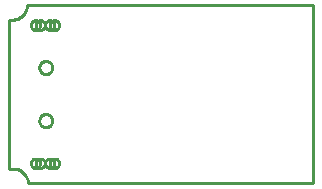
<source format=gbr>
G04 EAGLE Gerber RS-274X export*
G75*
%MOMM*%
%FSLAX34Y34*%
%LPD*%
%IN*%
%IPPOS*%
%AMOC8*
5,1,8,0,0,1.08239X$1,22.5*%
G01*
%ADD10C,0.254000*%


D10*
X154000Y36000D02*
X157000Y36000D01*
X158100Y35987D01*
X159194Y35878D01*
X160275Y35674D01*
X161334Y35377D01*
X162362Y34989D01*
X163354Y34512D01*
X164299Y33951D01*
X165193Y33309D01*
X166027Y32592D01*
X166795Y31806D01*
X167492Y30955D01*
X168112Y30046D01*
X168650Y29088D01*
X169103Y28085D01*
X169467Y27048D01*
X169739Y25982D01*
X169917Y24897D01*
X170000Y23800D01*
X411000Y23800D01*
X411000Y174200D01*
X169000Y174200D01*
X168917Y173103D01*
X168739Y172018D01*
X168467Y170953D01*
X168103Y169915D01*
X167650Y168913D01*
X167112Y167954D01*
X166492Y167045D01*
X165795Y166194D01*
X165027Y165408D01*
X164193Y164691D01*
X163299Y164049D01*
X162354Y163488D01*
X161362Y163011D01*
X160334Y162623D01*
X159275Y162326D01*
X158194Y162122D01*
X157100Y162013D01*
X156000Y162000D01*
X154000Y162000D01*
X154000Y36000D01*
X190500Y121191D02*
X190431Y120577D01*
X190293Y119975D01*
X190089Y119392D01*
X189821Y118835D01*
X189493Y118312D01*
X189108Y117829D01*
X188671Y117393D01*
X188188Y117007D01*
X187665Y116679D01*
X187108Y116411D01*
X186525Y116207D01*
X185923Y116069D01*
X185309Y116000D01*
X184691Y116000D01*
X184077Y116069D01*
X183475Y116207D01*
X182892Y116411D01*
X182335Y116679D01*
X181812Y117007D01*
X181329Y117393D01*
X180893Y117829D01*
X180507Y118312D01*
X180179Y118835D01*
X179911Y119392D01*
X179707Y119975D01*
X179569Y120577D01*
X179500Y121191D01*
X179500Y121809D01*
X179569Y122423D01*
X179707Y123025D01*
X179911Y123608D01*
X180179Y124165D01*
X180507Y124688D01*
X180893Y125171D01*
X181329Y125608D01*
X181812Y125993D01*
X182335Y126321D01*
X182892Y126589D01*
X183475Y126793D01*
X184077Y126931D01*
X184691Y127000D01*
X185309Y127000D01*
X185923Y126931D01*
X186525Y126793D01*
X187108Y126589D01*
X187665Y126321D01*
X188188Y125993D01*
X188671Y125608D01*
X189108Y125171D01*
X189493Y124688D01*
X189821Y124165D01*
X190089Y123608D01*
X190293Y123025D01*
X190431Y122423D01*
X190500Y121809D01*
X190500Y121191D01*
X190500Y76191D02*
X190431Y75577D01*
X190293Y74975D01*
X190089Y74392D01*
X189821Y73835D01*
X189493Y73312D01*
X189108Y72829D01*
X188671Y72393D01*
X188188Y72007D01*
X187665Y71679D01*
X187108Y71411D01*
X186525Y71207D01*
X185923Y71069D01*
X185309Y71000D01*
X184691Y71000D01*
X184077Y71069D01*
X183475Y71207D01*
X182892Y71411D01*
X182335Y71679D01*
X181812Y72007D01*
X181329Y72393D01*
X180893Y72829D01*
X180507Y73312D01*
X180179Y73835D01*
X179911Y74392D01*
X179707Y74975D01*
X179569Y75577D01*
X179500Y76191D01*
X179500Y76809D01*
X179569Y77423D01*
X179707Y78025D01*
X179911Y78608D01*
X180179Y79165D01*
X180507Y79688D01*
X180893Y80171D01*
X181329Y80608D01*
X181812Y80993D01*
X182335Y81321D01*
X182892Y81589D01*
X183475Y81793D01*
X184077Y81931D01*
X184691Y82000D01*
X185309Y82000D01*
X185923Y81931D01*
X186525Y81793D01*
X187108Y81589D01*
X187665Y81321D01*
X188188Y80993D01*
X188671Y80608D01*
X189108Y80171D01*
X189493Y79688D01*
X189821Y79165D01*
X190089Y78608D01*
X190293Y78025D01*
X190431Y77423D01*
X190500Y76809D01*
X190500Y76191D01*
X192300Y40238D02*
X192232Y39718D01*
X192096Y39211D01*
X191895Y38727D01*
X191633Y38273D01*
X191314Y37857D01*
X190943Y37486D01*
X190527Y37167D01*
X190073Y36905D01*
X189589Y36704D01*
X189082Y36568D01*
X188562Y36500D01*
X188038Y36500D01*
X187518Y36568D01*
X187011Y36704D01*
X186527Y36905D01*
X186073Y37167D01*
X185657Y37486D01*
X185286Y37857D01*
X184967Y38273D01*
X184705Y38727D01*
X184504Y39211D01*
X184368Y39718D01*
X184300Y40238D01*
X184300Y40762D01*
X184368Y41282D01*
X184504Y41789D01*
X184705Y42273D01*
X184967Y42727D01*
X185286Y43143D01*
X185657Y43514D01*
X186073Y43833D01*
X186527Y44095D01*
X187011Y44296D01*
X187518Y44432D01*
X188038Y44500D01*
X188562Y44500D01*
X189082Y44432D01*
X189589Y44296D01*
X190073Y44095D01*
X190527Y43833D01*
X190943Y43514D01*
X191314Y43143D01*
X191633Y42727D01*
X191895Y42273D01*
X192096Y41789D01*
X192232Y41282D01*
X192300Y40762D01*
X192300Y40238D01*
X196300Y40238D02*
X196232Y39718D01*
X196096Y39211D01*
X195895Y38727D01*
X195633Y38273D01*
X195314Y37857D01*
X194943Y37486D01*
X194527Y37167D01*
X194073Y36905D01*
X193589Y36704D01*
X193082Y36568D01*
X192562Y36500D01*
X192038Y36500D01*
X191518Y36568D01*
X191011Y36704D01*
X190527Y36905D01*
X190073Y37167D01*
X189657Y37486D01*
X189286Y37857D01*
X188967Y38273D01*
X188705Y38727D01*
X188504Y39211D01*
X188368Y39718D01*
X188300Y40238D01*
X188300Y40762D01*
X188368Y41282D01*
X188504Y41789D01*
X188705Y42273D01*
X188967Y42727D01*
X189286Y43143D01*
X189657Y43514D01*
X190073Y43833D01*
X190527Y44095D01*
X191011Y44296D01*
X191518Y44432D01*
X192038Y44500D01*
X192562Y44500D01*
X193082Y44432D01*
X193589Y44296D01*
X194073Y44095D01*
X194527Y43833D01*
X194943Y43514D01*
X195314Y43143D01*
X195633Y42727D01*
X195895Y42273D01*
X196096Y41789D01*
X196232Y41282D01*
X196300Y40762D01*
X196300Y40238D01*
X184300Y40238D02*
X184232Y39718D01*
X184096Y39211D01*
X183895Y38727D01*
X183633Y38273D01*
X183314Y37857D01*
X182943Y37486D01*
X182527Y37167D01*
X182073Y36905D01*
X181589Y36704D01*
X181082Y36568D01*
X180562Y36500D01*
X180038Y36500D01*
X179518Y36568D01*
X179011Y36704D01*
X178527Y36905D01*
X178073Y37167D01*
X177657Y37486D01*
X177286Y37857D01*
X176967Y38273D01*
X176705Y38727D01*
X176504Y39211D01*
X176368Y39718D01*
X176300Y40238D01*
X176300Y40762D01*
X176368Y41282D01*
X176504Y41789D01*
X176705Y42273D01*
X176967Y42727D01*
X177286Y43143D01*
X177657Y43514D01*
X178073Y43833D01*
X178527Y44095D01*
X179011Y44296D01*
X179518Y44432D01*
X180038Y44500D01*
X180562Y44500D01*
X181082Y44432D01*
X181589Y44296D01*
X182073Y44095D01*
X182527Y43833D01*
X182943Y43514D01*
X183314Y43143D01*
X183633Y42727D01*
X183895Y42273D01*
X184096Y41789D01*
X184232Y41282D01*
X184300Y40762D01*
X184300Y40238D01*
X180300Y40238D02*
X180232Y39718D01*
X180096Y39211D01*
X179895Y38727D01*
X179633Y38273D01*
X179314Y37857D01*
X178943Y37486D01*
X178527Y37167D01*
X178073Y36905D01*
X177589Y36704D01*
X177082Y36568D01*
X176562Y36500D01*
X176038Y36500D01*
X175518Y36568D01*
X175011Y36704D01*
X174527Y36905D01*
X174073Y37167D01*
X173657Y37486D01*
X173286Y37857D01*
X172967Y38273D01*
X172705Y38727D01*
X172504Y39211D01*
X172368Y39718D01*
X172300Y40238D01*
X172300Y40762D01*
X172368Y41282D01*
X172504Y41789D01*
X172705Y42273D01*
X172967Y42727D01*
X173286Y43143D01*
X173657Y43514D01*
X174073Y43833D01*
X174527Y44095D01*
X175011Y44296D01*
X175518Y44432D01*
X176038Y44500D01*
X176562Y44500D01*
X177082Y44432D01*
X177589Y44296D01*
X178073Y44095D01*
X178527Y43833D01*
X178943Y43514D01*
X179314Y43143D01*
X179633Y42727D01*
X179895Y42273D01*
X180096Y41789D01*
X180232Y41282D01*
X180300Y40762D01*
X180300Y40238D01*
X192300Y157238D02*
X192232Y156718D01*
X192096Y156211D01*
X191895Y155727D01*
X191633Y155273D01*
X191314Y154857D01*
X190943Y154486D01*
X190527Y154167D01*
X190073Y153905D01*
X189589Y153704D01*
X189082Y153568D01*
X188562Y153500D01*
X188038Y153500D01*
X187518Y153568D01*
X187011Y153704D01*
X186527Y153905D01*
X186073Y154167D01*
X185657Y154486D01*
X185286Y154857D01*
X184967Y155273D01*
X184705Y155727D01*
X184504Y156211D01*
X184368Y156718D01*
X184300Y157238D01*
X184300Y157762D01*
X184368Y158282D01*
X184504Y158789D01*
X184705Y159273D01*
X184967Y159727D01*
X185286Y160143D01*
X185657Y160514D01*
X186073Y160833D01*
X186527Y161095D01*
X187011Y161296D01*
X187518Y161432D01*
X188038Y161500D01*
X188562Y161500D01*
X189082Y161432D01*
X189589Y161296D01*
X190073Y161095D01*
X190527Y160833D01*
X190943Y160514D01*
X191314Y160143D01*
X191633Y159727D01*
X191895Y159273D01*
X192096Y158789D01*
X192232Y158282D01*
X192300Y157762D01*
X192300Y157238D01*
X196300Y157238D02*
X196232Y156718D01*
X196096Y156211D01*
X195895Y155727D01*
X195633Y155273D01*
X195314Y154857D01*
X194943Y154486D01*
X194527Y154167D01*
X194073Y153905D01*
X193589Y153704D01*
X193082Y153568D01*
X192562Y153500D01*
X192038Y153500D01*
X191518Y153568D01*
X191011Y153704D01*
X190527Y153905D01*
X190073Y154167D01*
X189657Y154486D01*
X189286Y154857D01*
X188967Y155273D01*
X188705Y155727D01*
X188504Y156211D01*
X188368Y156718D01*
X188300Y157238D01*
X188300Y157762D01*
X188368Y158282D01*
X188504Y158789D01*
X188705Y159273D01*
X188967Y159727D01*
X189286Y160143D01*
X189657Y160514D01*
X190073Y160833D01*
X190527Y161095D01*
X191011Y161296D01*
X191518Y161432D01*
X192038Y161500D01*
X192562Y161500D01*
X193082Y161432D01*
X193589Y161296D01*
X194073Y161095D01*
X194527Y160833D01*
X194943Y160514D01*
X195314Y160143D01*
X195633Y159727D01*
X195895Y159273D01*
X196096Y158789D01*
X196232Y158282D01*
X196300Y157762D01*
X196300Y157238D01*
X184300Y157238D02*
X184232Y156718D01*
X184096Y156211D01*
X183895Y155727D01*
X183633Y155273D01*
X183314Y154857D01*
X182943Y154486D01*
X182527Y154167D01*
X182073Y153905D01*
X181589Y153704D01*
X181082Y153568D01*
X180562Y153500D01*
X180038Y153500D01*
X179518Y153568D01*
X179011Y153704D01*
X178527Y153905D01*
X178073Y154167D01*
X177657Y154486D01*
X177286Y154857D01*
X176967Y155273D01*
X176705Y155727D01*
X176504Y156211D01*
X176368Y156718D01*
X176300Y157238D01*
X176300Y157762D01*
X176368Y158282D01*
X176504Y158789D01*
X176705Y159273D01*
X176967Y159727D01*
X177286Y160143D01*
X177657Y160514D01*
X178073Y160833D01*
X178527Y161095D01*
X179011Y161296D01*
X179518Y161432D01*
X180038Y161500D01*
X180562Y161500D01*
X181082Y161432D01*
X181589Y161296D01*
X182073Y161095D01*
X182527Y160833D01*
X182943Y160514D01*
X183314Y160143D01*
X183633Y159727D01*
X183895Y159273D01*
X184096Y158789D01*
X184232Y158282D01*
X184300Y157762D01*
X184300Y157238D01*
X180300Y157238D02*
X180232Y156718D01*
X180096Y156211D01*
X179895Y155727D01*
X179633Y155273D01*
X179314Y154857D01*
X178943Y154486D01*
X178527Y154167D01*
X178073Y153905D01*
X177589Y153704D01*
X177082Y153568D01*
X176562Y153500D01*
X176038Y153500D01*
X175518Y153568D01*
X175011Y153704D01*
X174527Y153905D01*
X174073Y154167D01*
X173657Y154486D01*
X173286Y154857D01*
X172967Y155273D01*
X172705Y155727D01*
X172504Y156211D01*
X172368Y156718D01*
X172300Y157238D01*
X172300Y157762D01*
X172368Y158282D01*
X172504Y158789D01*
X172705Y159273D01*
X172967Y159727D01*
X173286Y160143D01*
X173657Y160514D01*
X174073Y160833D01*
X174527Y161095D01*
X175011Y161296D01*
X175518Y161432D01*
X176038Y161500D01*
X176562Y161500D01*
X177082Y161432D01*
X177589Y161296D01*
X178073Y161095D01*
X178527Y160833D01*
X178943Y160514D01*
X179314Y160143D01*
X179633Y159727D01*
X179895Y159273D01*
X180096Y158789D01*
X180232Y158282D01*
X180300Y157762D01*
X180300Y157238D01*
M02*

</source>
